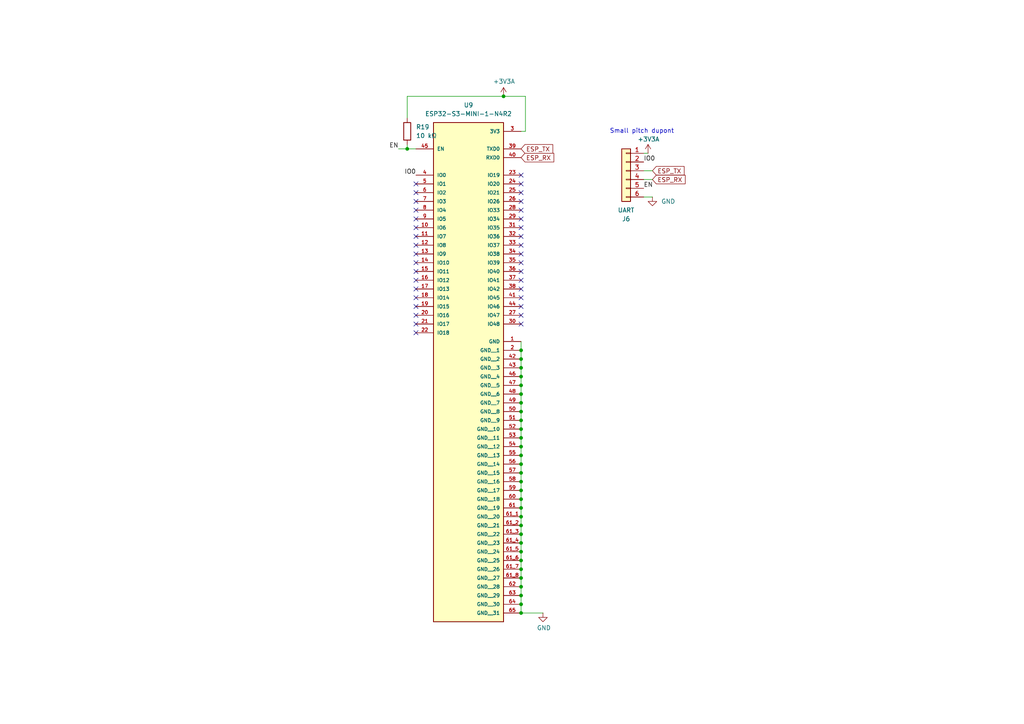
<source format=kicad_sch>
(kicad_sch (version 20250114) (generator "eeschema") (generator_version "9.0")
  (paper "A4")
  (lib_symbols
    (symbol "Connector_Generic:Conn_01x06" (pin_names (offset 1.016) (hide yes))
      (property "Reference" "J" (at 0 7.62 0))
      (property "Value" "Conn_01x06" (at 0 -10.16 0))
      (symbol "Conn_01x06_1_1"
        (rectangle (start -1.27 6.35) (end 1.27 -8.89) (stroke (width 0.254)) (fill (type background)))
        (rectangle (start -1.27 5.207) (end 0 4.953) (stroke (width 0.1524)))
        (rectangle (start -1.27 2.667) (end 0 2.413) (stroke (width 0.1524)))
        (rectangle (start -1.27 0.127) (end 0 -0.127) (stroke (width 0.1524)))
        (rectangle (start -1.27 -2.413) (end 0 -2.667) (stroke (width 0.1524)))
        (rectangle (start -1.27 -4.953) (end 0 -5.207) (stroke (width 0.1524)))
        (rectangle (start -1.27 -7.493) (end 0 -7.747) (stroke (width 0.1524)))
        (pin passive line (at -5.08 5.08 0) (length 3.81) (name "Pin_1") (number "1"))
        (pin passive line (at -5.08 2.54 0) (length 3.81) (name "Pin_2") (number "2"))
        (pin passive line (at -5.08 0 0) (length 3.81) (name "Pin_3") (number "3"))
        (pin passive line (at -5.08 -2.54 0) (length 3.81) (name "Pin_4") (number "4"))
        (pin passive line (at -5.08 -5.08 0) (length 3.81) (name "Pin_5") (number "5"))
        (pin passive line (at -5.08 -7.62 0) (length 3.81) (name "Pin_6") (number "6"))
      )
    )
    (symbol "Device:R" (pin_numbers (hide yes)) (pin_names (offset 0))
      (property "Reference" "R" (at 2.032 0 90))
      (property "Value" "R" (at 0 0 90))
      (symbol "R_0_1"
        (rectangle (start -1.016 -2.54) (end 1.016 2.54) (stroke (width 0.254)))
      )
      (symbol "R_1_1"
        (pin passive line (at 0 3.81 270) (length 1.27) (name "~") (number "1"))
        (pin passive line (at 0 -3.81 90) (length 1.27) (name "~") (number "2"))
      )
    )
    (symbol "SRAD-Avionics:ESP32-S3-MINI-1-N4R2" (pin_names (offset 1.016))
      (property "Reference" "U" (at -10.16 34.29 0))
      (property "Value" "ESP32-S3-MINI-1-N4R2" (at -10.16 -114.3 0))
      (symbol "ESP32-S3-MINI-1-N4R2_0_0"
        (rectangle (start -10.16 -111.76) (end 10.16 33.02) (stroke (width 0.254)) (fill (type background)))
        (pin input line (at -15.24 25.4 0) (length 5.08) (name "EN") (number "45"))
        (pin bidirectional line (at -15.24 17.78 0) (length 5.08) (name "IO0") (number "4"))
        (pin bidirectional line (at -15.24 15.24 0) (length 5.08) (name "IO1") (number "5"))
        (pin bidirectional line (at -15.24 12.7 0) (length 5.08) (name "IO2") (number "6"))
        (pin bidirectional line (at -15.24 10.16 0) (length 5.08) (name "IO3") (number "7"))
        (pin bidirectional line (at -15.24 7.62 0) (length 5.08) (name "IO4") (number "8"))
        (pin bidirectional line (at -15.24 5.08 0) (length 5.08) (name "IO5") (number "9"))
        (pin bidirectional line (at -15.24 2.54 0) (length 5.08) (name "IO6") (number "10"))
        (pin bidirectional line (at -15.24 0 0) (length 5.08) (name "IO7") (number "11"))
        (pin bidirectional line (at -15.24 -2.54 0) (length 5.08) (name "IO8") (number "12"))
        (pin bidirectional line (at -15.24 -5.08 0) (length 5.08) (name "IO9") (number "13"))
        (pin bidirectional line (at -15.24 -7.62 0) (length 5.08) (name "IO10") (number "14"))
        (pin bidirectional line (at -15.24 -10.16 0) (length 5.08) (name "IO11") (number "15"))
        (pin bidirectional line (at -15.24 -12.7 0) (length 5.08) (name "IO12") (number "16"))
        (pin bidirectional line (at -15.24 -15.24 0) (length 5.08) (name "IO13") (number "17"))
        (pin bidirectional line (at -15.24 -17.78 0) (length 5.08) (name "IO14") (number "18"))
        (pin bidirectional line (at -15.24 -20.32 0) (length 5.08) (name "IO15") (number "19"))
        (pin bidirectional line (at -15.24 -22.86 0) (length 5.08) (name "IO16") (number "20"))
        (pin bidirectional line (at -15.24 -25.4 0) (length 5.08) (name "IO17") (number "21"))
        (pin bidirectional line (at -15.24 -27.94 0) (length 5.08) (name "IO18") (number "22"))
        (pin power_in line (at 15.24 30.48 180) (length 5.08) (name "3V3") (number "3"))
        (pin bidirectional line (at 15.24 25.4 180) (length 5.08) (name "TXD0") (number "39"))
        (pin bidirectional line (at 15.24 22.86 180) (length 5.08) (name "RXD0") (number "40"))
        (pin bidirectional line (at 15.24 17.78 180) (length 5.08) (name "IO19") (number "23"))
        (pin bidirectional line (at 15.24 15.24 180) (length 5.08) (name "IO20") (number "24"))
        (pin bidirectional line (at 15.24 12.7 180) (length 5.08) (name "IO21") (number "25"))
        (pin bidirectional line (at 15.24 10.16 180) (length 5.08) (name "IO26") (number "26"))
        (pin bidirectional line (at 15.24 7.62 180) (length 5.08) (name "IO33") (number "28"))
        (pin bidirectional line (at 15.24 5.08 180) (length 5.08) (name "IO34") (number "29"))
        (pin bidirectional line (at 15.24 2.54 180) (length 5.08) (name "IO35") (number "31"))
        (pin bidirectional line (at 15.24 0 180) (length 5.08) (name "IO36") (number "32"))
        (pin bidirectional line (at 15.24 -2.54 180) (length 5.08) (name "IO37") (number "33"))
        (pin bidirectional line (at 15.24 -5.08 180) (length 5.08) (name "IO38") (number "34"))
        (pin bidirectional line (at 15.24 -7.62 180) (length 5.08) (name "IO39") (number "35"))
        (pin bidirectional line (at 15.24 -10.16 180) (length 5.08) (name "IO40") (number "36"))
        (pin bidirectional line (at 15.24 -12.7 180) (length 5.08) (name "IO41") (number "37"))
        (pin bidirectional line (at 15.24 -15.24 180) (length 5.08) (name "IO42") (number "38"))
        (pin bidirectional line (at 15.24 -17.78 180) (length 5.08) (name "IO45") (number "41"))
        (pin bidirectional line (at 15.24 -20.32 180) (length 5.08) (name "IO46") (number "44"))
        (pin bidirectional line (at 15.24 -22.86 180) (length 5.08) (name "IO47") (number "27"))
        (pin bidirectional line (at 15.24 -25.4 180) (length 5.08) (name "IO48") (number "30"))
        (pin power_in line (at 15.24 -30.48 180) (length 5.08) (name "GND") (number "1"))
        (pin power_in line (at 15.24 -33.02 180) (length 5.08) (name "GND__1") (number "2"))
        (pin power_in line (at 15.24 -35.56 180) (length 5.08) (name "GND__2") (number "42"))
        (pin power_in line (at 15.24 -38.1 180) (length 5.08) (name "GND__3") (number "43"))
        (pin power_in line (at 15.24 -40.64 180) (length 5.08) (name "GND__4") (number "46"))
        (pin power_in line (at 15.24 -43.18 180) (length 5.08) (name "GND__5") (number "47"))
        (pin power_in line (at 15.24 -45.72 180) (length 5.08) (name "GND__6") (number "48"))
        (pin power_in line (at 15.24 -48.26 180) (length 5.08) (name "GND__7") (number "49"))
        (pin power_in line (at 15.24 -50.8 180) (length 5.08) (name "GND__8") (number "50"))
        (pin power_in line (at 15.24 -53.34 180) (length 5.08) (name "GND__9") (number "51"))
        (pin power_in line (at 15.24 -55.88 180) (length 5.08) (name "GND__10") (number "52"))
        (pin power_in line (at 15.24 -58.42 180) (length 5.08) (name "GND__11") (number "53"))
        (pin power_in line (at 15.24 -60.96 180) (length 5.08) (name "GND__12") (number "54"))
        (pin power_in line (at 15.24 -63.5 180) (length 5.08) (name "GND__13") (number "55"))
        (pin power_in line (at 15.24 -66.04 180) (length 5.08) (name "GND__14") (number "56"))
        (pin power_in line (at 15.24 -68.58 180) (length 5.08) (name "GND__15") (number "57"))
        (pin power_in line (at 15.24 -71.12 180) (length 5.08) (name "GND__16") (number "58"))
        (pin power_in line (at 15.24 -73.66 180) (length 5.08) (name "GND__17") (number "59"))
        (pin power_in line (at 15.24 -76.2 180) (length 5.08) (name "GND__18") (number "60"))
        (pin power_in line (at 15.24 -78.74 180) (length 5.08) (name "GND__19") (number "61"))
        (pin power_in line (at 15.24 -81.28 180) (length 5.08) (name "GND__20") (number "61_1"))
        (pin power_in line (at 15.24 -83.82 180) (length 5.08) (name "GND__21") (number "61_2"))
        (pin power_in line (at 15.24 -86.36 180) (length 5.08) (name "GND__22") (number "61_3"))
        (pin power_in line (at 15.24 -88.9 180) (length 5.08) (name "GND__23") (number "61_4"))
        (pin power_in line (at 15.24 -91.44 180) (length 5.08) (name "GND__24") (number "61_5"))
        (pin power_in line (at 15.24 -93.98 180) (length 5.08) (name "GND__25") (number "61_6"))
        (pin power_in line (at 15.24 -96.52 180) (length 5.08) (name "GND__26") (number "61_7"))
        (pin power_in line (at 15.24 -99.06 180) (length 5.08) (name "GND__27") (number "61_8"))
        (pin power_in line (at 15.24 -101.6 180) (length 5.08) (name "GND__28") (number "62"))
        (pin power_in line (at 15.24 -104.14 180) (length 5.08) (name "GND__29") (number "63"))
        (pin power_in line (at 15.24 -106.68 180) (length 5.08) (name "GND__30") (number "64"))
        (pin power_in line (at 15.24 -109.22 180) (length 5.08) (name "GND__31") (number "65"))
      )
    )
    (symbol "power:+3V3" (power) (pin_numbers (hide yes)) (pin_names (offset 0) (hide yes))
      (property "Value" "+3V3" (at 0 3.556 0))
      (symbol "+3V3_0_1"
        (polyline (pts (xy -0.762 1.27) (xy 0 2.54)))
        (polyline (pts (xy 0 2.54) (xy 0.762 1.27)))
        (polyline (pts (xy 0 0) (xy 0 2.54)))
      )
      (symbol "+3V3_1_1"
        (pin power_in line (at 0 0 90) (length 0) (name "~") (number "1"))
      )
    )
    (symbol "power:GND" (power) (pin_numbers (hide yes)) (pin_names (offset 0) (hide yes))
      (property "Value" "GND" (at 0 -3.81 0))
      (symbol "GND_0_1"
        (polyline (pts (xy 0 0) (xy 0 -1.27) (xy 1.27 -1.27) (xy 0 -2.54) (xy -1.27 -1.27) (xy 0 -1.27)))
      )
      (symbol "GND_1_1"
        (pin power_in line (at 0 0 270) (length 0) (name "~") (number "1"))
      )
    )
  )
  (text "Small pitch dupont" (at 186.182 38.1 0) (effects (font (size 1.27 1.27))))
  (junction (at 118.11 43.18))
  (junction (at 151.13 106.68))
  (junction (at 151.13 149.86))
  (junction (at 151.13 167.64))
  (junction (at 151.13 124.46))
  (junction (at 151.13 144.78))
  (junction (at 151.13 147.32))
  (junction (at 151.13 154.94))
  (junction (at 151.13 142.24))
  (junction (at 151.13 119.38))
  (junction (at 151.13 170.18))
  (junction (at 151.13 160.02))
  (junction (at 151.13 111.76))
  (junction (at 151.13 101.6))
  (junction (at 151.13 157.48))
  (junction (at 151.13 116.84))
  (junction (at 151.13 139.7))
  (junction (at 151.13 134.62))
  (junction (at 151.13 121.92))
  (junction (at 151.13 129.54))
  (junction (at 151.13 109.22))
  (junction (at 151.13 177.8))
  (junction (at 151.13 127))
  (junction (at 151.13 132.08))
  (junction (at 151.13 152.4))
  (junction (at 151.13 172.72))
  (junction (at 151.13 165.1))
  (junction (at 151.13 114.3))
  (junction (at 151.13 104.14))
  (junction (at 151.13 137.16))
  (junction (at 146.05 27.94))
  (junction (at 151.13 162.56))
  (junction (at 151.13 175.26))
  (no_connect (at 120.65 83.82))
  (no_connect (at 120.65 63.5))
  (no_connect (at 151.13 78.74))
  (no_connect (at 151.13 58.42))
  (no_connect (at 120.65 68.58))
  (no_connect (at 151.13 83.82))
  (no_connect (at 151.13 91.44))
  (no_connect (at 151.13 53.34))
  (no_connect (at 151.13 55.88))
  (no_connect (at 151.13 86.36))
  (no_connect (at 120.65 55.88))
  (no_connect (at 120.65 91.44))
  (no_connect (at 120.65 86.36))
  (no_connect (at 151.13 76.2))
  (no_connect (at 151.13 60.96))
  (no_connect (at 151.13 88.9))
  (no_connect (at 120.65 73.66))
  (no_connect (at 120.65 58.42))
  (no_connect (at 151.13 73.66))
  (no_connect (at 151.13 93.98))
  (no_connect (at 120.65 96.52))
  (no_connect (at 120.65 93.98))
  (no_connect (at 120.65 53.34))
  (no_connect (at 151.13 63.5))
  (no_connect (at 120.65 71.12))
  (no_connect (at 120.65 76.2))
  (no_connect (at 151.13 71.12))
  (no_connect (at 120.65 66.04))
  (no_connect (at 151.13 66.04))
  (no_connect (at 120.65 81.28))
  (no_connect (at 120.65 78.74))
  (no_connect (at 120.65 60.96))
  (no_connect (at 151.13 50.8))
  (no_connect (at 151.13 68.58))
  (no_connect (at 151.13 81.28))
  (no_connect (at 120.65 88.9))
  (wire (pts (xy 151.13 121.92) (xy 151.13 124.46)))
  (wire (pts (xy 151.13 172.72) (xy 151.13 175.26)))
  (wire (pts (xy 151.13 154.94) (xy 151.13 157.48)))
  (wire (pts (xy 189.23 52.07) (xy 186.69 52.07)))
  (wire (pts (xy 152.4 38.1) (xy 151.13 38.1)))
  (wire (pts (xy 151.13 162.56) (xy 151.13 165.1)))
  (wire (pts (xy 151.13 165.1) (xy 151.13 167.64)))
  (wire (pts (xy 151.13 177.8) (xy 157.48 177.8)))
  (wire (pts (xy 151.13 101.6) (xy 151.13 104.14)))
  (wire (pts (xy 151.13 106.68) (xy 151.13 109.22)))
  (wire (pts (xy 118.11 41.91) (xy 118.11 43.18)))
  (wire (pts (xy 151.13 116.84) (xy 151.13 119.38)))
  (wire (pts (xy 151.13 104.14) (xy 151.13 106.68)))
  (wire (pts (xy 151.13 157.48) (xy 151.13 160.02)))
  (wire (pts (xy 151.13 144.78) (xy 151.13 147.32)))
  (wire (pts (xy 151.13 137.16) (xy 151.13 139.7)))
  (wire (pts (xy 115.57 43.18) (xy 118.11 43.18)))
  (wire (pts (xy 151.13 152.4) (xy 151.13 154.94)))
  (wire (pts (xy 186.69 44.45) (xy 187.96 44.45)))
  (wire (pts (xy 152.4 27.94) (xy 152.4 38.1)))
  (wire (pts (xy 151.13 142.24) (xy 151.13 144.78)))
  (wire (pts (xy 186.69 57.15) (xy 189.23 57.15)))
  (wire (pts (xy 151.13 127) (xy 151.13 129.54)))
  (wire (pts (xy 151.13 147.32) (xy 151.13 149.86)))
  (wire (pts (xy 151.13 109.22) (xy 151.13 111.76)))
  (wire (pts (xy 151.13 167.64) (xy 151.13 170.18)))
  (wire (pts (xy 151.13 139.7) (xy 151.13 142.24)))
  (wire (pts (xy 118.11 27.94) (xy 146.05 27.94)))
  (wire (pts (xy 151.13 170.18) (xy 151.13 172.72)))
  (wire (pts (xy 151.13 175.26) (xy 151.13 177.8)))
  (wire (pts (xy 151.13 111.76) (xy 151.13 114.3)))
  (wire (pts (xy 151.13 134.62) (xy 151.13 137.16)))
  (wire (pts (xy 118.11 34.29) (xy 118.11 27.94)))
  (wire (pts (xy 151.13 149.86) (xy 151.13 152.4)))
  (wire (pts (xy 151.13 124.46) (xy 151.13 127)))
  (wire (pts (xy 151.13 129.54) (xy 151.13 132.08)))
  (wire (pts (xy 151.13 114.3) (xy 151.13 116.84)))
  (wire (pts (xy 146.05 27.94) (xy 152.4 27.94)))
  (wire (pts (xy 151.13 160.02) (xy 151.13 162.56)))
  (wire (pts (xy 189.23 49.53) (xy 186.69 49.53)))
  (wire (pts (xy 151.13 132.08) (xy 151.13 134.62)))
  (wire (pts (xy 151.13 99.06) (xy 151.13 101.6)))
  (wire (pts (xy 118.11 43.18) (xy 120.65 43.18)))
  (wire (pts (xy 151.13 119.38) (xy 151.13 121.92)))
  (label "EN" (at 115.57 43.18 180))
  (label "IO0" (at 120.65 50.8 180))
  (label "IO0" (at 186.69 46.99 0))
  (label "EN" (at 186.69 54.61 0))
  (global_label "ESP_TX" (shape input) (at 189.23 49.53 0) (property "Intersheetrefs" "${INTERSHEET_REFS}" (effects (hide yes))))
  (global_label "ESP_TX" (shape input) (at 151.13 43.18 0) (property "Intersheetrefs" "${INTERSHEET_REFS}" (effects (hide yes))))
  (global_label "ESP_RX" (shape input) (at 151.13 45.72 0) (property "Intersheetrefs" "${INTERSHEET_REFS}" (effects (hide yes))))
  (global_label "ESP_RX" (shape input) (at 189.23 52.07 0) (property "Intersheetrefs" "${INTERSHEET_REFS}" (effects (hide yes))))
  (symbol (lib_id "power:+3V3") (at 146.05 27.94 0) (unit 1)
    (property "Reference" "#PWR050" (effects (hide yes)))
    (property "Value" "+3V3A" (at 143.002 23.622 0) (effects (justify left)))
    (property "Description" "Power symbol creates a global label with name \"+3V3\"" (effects (hide yes)))
  )
  (symbol (lib_id "Device:R") (at 118.11 38.1 0) (unit 1)
    (property "Reference" "R19" (at 120.65 36.8299 0) (effects (justify left)))
    (property "Value" "10 kΩ" (at 120.65 39.3699 0) (effects (justify left)))
    (property "Footprint" "Resistor_SMD:R_0603_1608Metric_Pad0.98x0.95mm_HandSolder" (effects (hide yes)))
    (property "Description" "Resistor" (effects (hide yes)))
  )
  (symbol (lib_id "Connector_Generic:Conn_01x06") (at 181.61 49.53 0) (mirror y) (unit 1)
    (property "Reference" "J6" (at 181.61 63.5 0))
    (property "Value" "UART" (at 181.61 60.96 0))
    (property "Footprint" "Connector_JST:JST_XH_B6B-XH-A_1x06_P2.50mm_Vertical" (effects (hide yes)))
    (property "Description" "Generic connector, single row, 01x06, script generated (kicad-library-utils/schlib/autogen/connector/)" (effects (hide yes)))
  )
  (symbol (lib_id "power:GND") (at 189.23 57.15 0) (unit 1)
    (property "Reference" "#PWR099" (effects (hide yes)))
    (property "Value" "GND" (at 191.77 58.4199 0) (effects (justify left)))
    (property "Description" "Power symbol creates a global label with name \"GND\" , ground" (effects (hide yes)))
  )
  (symbol (lib_id "SRAD-Avionics:ESP32-S3-MINI-1-N4R2") (at 135.89 68.58 0) (unit 1)
    (property "Reference" "U9" (at 135.89 30.48 0))
    (property "Value" "ESP32-S3-MINI-1-N4R2" (at 135.89 33.02 0))
    (property "Footprint" "RF_Module:ESP32-S2-MINI-1" (effects (hide yes)))
    (property "PARTREV" "v0.6" (effects (hide yes)))
    (property "STANDARD" "Manufacturer Recommendations" (effects (hide yes)))
    (property "MAXIMUM_PACKAGE_HEIGHT" "2.55mm" (effects (hide yes)))
    (property "MANUFACTURER" "Espressif" (effects (hide yes)))
  )
  (symbol (lib_id "power:GND") (at 157.48 177.8 0) (unit 1)
    (property "Reference" "#PWR051" (effects (hide yes)))
    (property "Value" "GND" (at 155.702 182.1179 0) (effects (justify left)))
    (property "Description" "Power symbol creates a global label with name \"GND\" , ground" (effects (hide yes)))
  )
  (symbol (lib_id "power:+3V3") (at 187.96 44.45 0) (unit 1)
    (property "Reference" "#PWR096" (effects (hide yes)))
    (property "Value" "+3V3A" (at 184.912 40.386 0) (effects (justify left)))
    (property "Description" "Power symbol creates a global label with name \"+3V3\"" (effects (hide yes)))
  )
)
</source>
